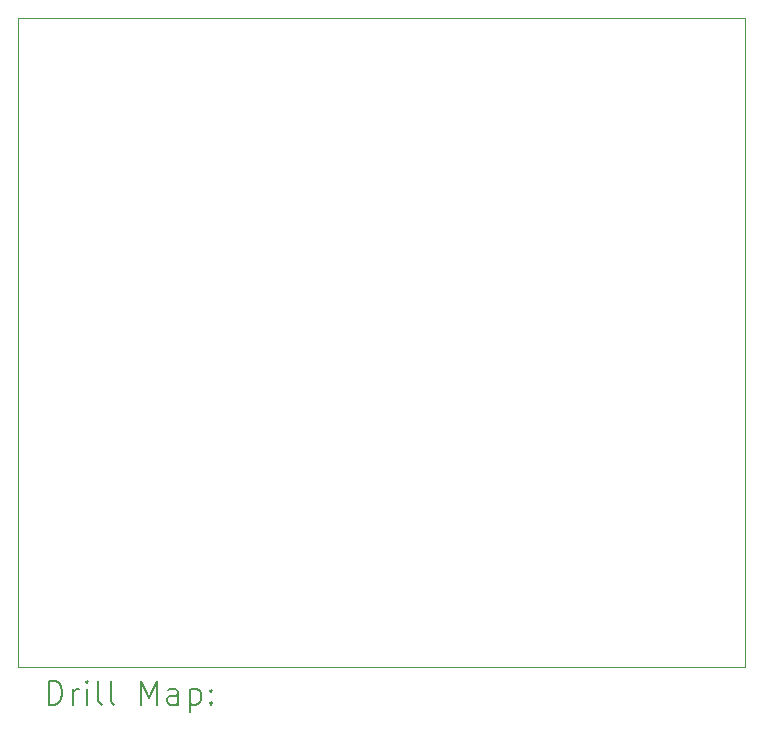
<source format=gbr>
%TF.GenerationSoftware,KiCad,Pcbnew,8.0.1*%
%TF.CreationDate,2024-04-25T13:58:34+02:00*%
%TF.ProjectId,WritingRobotV2,57726974-696e-4675-926f-626f7456322e,rev?*%
%TF.SameCoordinates,Original*%
%TF.FileFunction,Drillmap*%
%TF.FilePolarity,Positive*%
%FSLAX45Y45*%
G04 Gerber Fmt 4.5, Leading zero omitted, Abs format (unit mm)*
G04 Created by KiCad (PCBNEW 8.0.1) date 2024-04-25 13:58:34*
%MOMM*%
%LPD*%
G01*
G04 APERTURE LIST*
%ADD10C,0.050000*%
%ADD11C,0.200000*%
G04 APERTURE END LIST*
D10*
X7500000Y-4200000D02*
X13650000Y-4200000D01*
X13650000Y-9700000D01*
X7500000Y-9700000D01*
X7500000Y-4200000D01*
D11*
X7758277Y-10013984D02*
X7758277Y-9813984D01*
X7758277Y-9813984D02*
X7805896Y-9813984D01*
X7805896Y-9813984D02*
X7834467Y-9823508D01*
X7834467Y-9823508D02*
X7853515Y-9842555D01*
X7853515Y-9842555D02*
X7863039Y-9861603D01*
X7863039Y-9861603D02*
X7872562Y-9899698D01*
X7872562Y-9899698D02*
X7872562Y-9928270D01*
X7872562Y-9928270D02*
X7863039Y-9966365D01*
X7863039Y-9966365D02*
X7853515Y-9985412D01*
X7853515Y-9985412D02*
X7834467Y-10004460D01*
X7834467Y-10004460D02*
X7805896Y-10013984D01*
X7805896Y-10013984D02*
X7758277Y-10013984D01*
X7958277Y-10013984D02*
X7958277Y-9880650D01*
X7958277Y-9918746D02*
X7967801Y-9899698D01*
X7967801Y-9899698D02*
X7977324Y-9890174D01*
X7977324Y-9890174D02*
X7996372Y-9880650D01*
X7996372Y-9880650D02*
X8015420Y-9880650D01*
X8082086Y-10013984D02*
X8082086Y-9880650D01*
X8082086Y-9813984D02*
X8072562Y-9823508D01*
X8072562Y-9823508D02*
X8082086Y-9833031D01*
X8082086Y-9833031D02*
X8091610Y-9823508D01*
X8091610Y-9823508D02*
X8082086Y-9813984D01*
X8082086Y-9813984D02*
X8082086Y-9833031D01*
X8205896Y-10013984D02*
X8186848Y-10004460D01*
X8186848Y-10004460D02*
X8177324Y-9985412D01*
X8177324Y-9985412D02*
X8177324Y-9813984D01*
X8310658Y-10013984D02*
X8291610Y-10004460D01*
X8291610Y-10004460D02*
X8282086Y-9985412D01*
X8282086Y-9985412D02*
X8282086Y-9813984D01*
X8539229Y-10013984D02*
X8539229Y-9813984D01*
X8539229Y-9813984D02*
X8605896Y-9956841D01*
X8605896Y-9956841D02*
X8672563Y-9813984D01*
X8672563Y-9813984D02*
X8672563Y-10013984D01*
X8853515Y-10013984D02*
X8853515Y-9909222D01*
X8853515Y-9909222D02*
X8843991Y-9890174D01*
X8843991Y-9890174D02*
X8824944Y-9880650D01*
X8824944Y-9880650D02*
X8786848Y-9880650D01*
X8786848Y-9880650D02*
X8767801Y-9890174D01*
X8853515Y-10004460D02*
X8834467Y-10013984D01*
X8834467Y-10013984D02*
X8786848Y-10013984D01*
X8786848Y-10013984D02*
X8767801Y-10004460D01*
X8767801Y-10004460D02*
X8758277Y-9985412D01*
X8758277Y-9985412D02*
X8758277Y-9966365D01*
X8758277Y-9966365D02*
X8767801Y-9947317D01*
X8767801Y-9947317D02*
X8786848Y-9937793D01*
X8786848Y-9937793D02*
X8834467Y-9937793D01*
X8834467Y-9937793D02*
X8853515Y-9928270D01*
X8948753Y-9880650D02*
X8948753Y-10080650D01*
X8948753Y-9890174D02*
X8967801Y-9880650D01*
X8967801Y-9880650D02*
X9005896Y-9880650D01*
X9005896Y-9880650D02*
X9024944Y-9890174D01*
X9024944Y-9890174D02*
X9034467Y-9899698D01*
X9034467Y-9899698D02*
X9043991Y-9918746D01*
X9043991Y-9918746D02*
X9043991Y-9975889D01*
X9043991Y-9975889D02*
X9034467Y-9994936D01*
X9034467Y-9994936D02*
X9024944Y-10004460D01*
X9024944Y-10004460D02*
X9005896Y-10013984D01*
X9005896Y-10013984D02*
X8967801Y-10013984D01*
X8967801Y-10013984D02*
X8948753Y-10004460D01*
X9129705Y-9994936D02*
X9139229Y-10004460D01*
X9139229Y-10004460D02*
X9129705Y-10013984D01*
X9129705Y-10013984D02*
X9120182Y-10004460D01*
X9120182Y-10004460D02*
X9129705Y-9994936D01*
X9129705Y-9994936D02*
X9129705Y-10013984D01*
X9129705Y-9890174D02*
X9139229Y-9899698D01*
X9139229Y-9899698D02*
X9129705Y-9909222D01*
X9129705Y-9909222D02*
X9120182Y-9899698D01*
X9120182Y-9899698D02*
X9129705Y-9890174D01*
X9129705Y-9890174D02*
X9129705Y-9909222D01*
M02*

</source>
